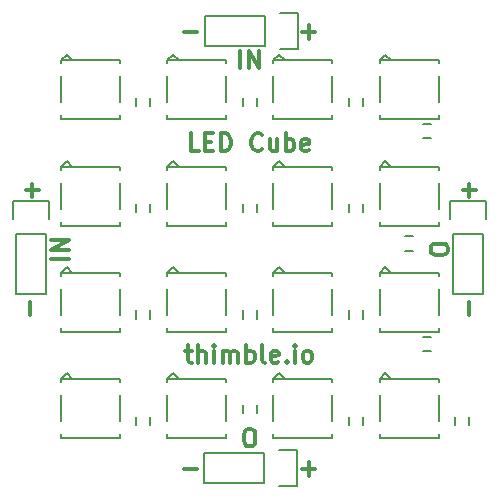
<source format=gbo>
G04 #@! TF.FileFunction,Legend,Top*
%FSLAX46Y46*%
G04 Gerber Fmt 4.6, Leading zero omitted, Abs format (unit mm)*
G04 Created by KiCad (PCBNEW 4.0.4-stable) date Mon Sep 26 22:20:25 2016*
%MOMM*%
%LPD*%
G01*
G04 APERTURE LIST*
%ADD10C,0.100000*%
%ADD11C,0.300000*%
%ADD12C,0.150000*%
%ADD13R,1.700000X1.100000*%
%ADD14C,2.032000*%
%ADD15R,1.727200X2.032000*%
%ADD16O,1.727200X2.032000*%
%ADD17R,2.032000X1.727200*%
%ADD18O,2.032000X1.727200*%
%ADD19R,0.750000X0.800000*%
%ADD20R,0.800000X0.750000*%
G04 APERTURE END LIST*
D10*
D11*
X158071428Y-132078571D02*
X158642857Y-132078571D01*
X158285714Y-131578571D02*
X158285714Y-132864286D01*
X158357142Y-133007143D01*
X158500000Y-133078571D01*
X158642857Y-133078571D01*
X159142857Y-133078571D02*
X159142857Y-131578571D01*
X159785714Y-133078571D02*
X159785714Y-132292857D01*
X159714285Y-132150000D01*
X159571428Y-132078571D01*
X159357143Y-132078571D01*
X159214285Y-132150000D01*
X159142857Y-132221429D01*
X160500000Y-133078571D02*
X160500000Y-132078571D01*
X160500000Y-131578571D02*
X160428571Y-131650000D01*
X160500000Y-131721429D01*
X160571428Y-131650000D01*
X160500000Y-131578571D01*
X160500000Y-131721429D01*
X161214286Y-133078571D02*
X161214286Y-132078571D01*
X161214286Y-132221429D02*
X161285714Y-132150000D01*
X161428572Y-132078571D01*
X161642857Y-132078571D01*
X161785714Y-132150000D01*
X161857143Y-132292857D01*
X161857143Y-133078571D01*
X161857143Y-132292857D02*
X161928572Y-132150000D01*
X162071429Y-132078571D01*
X162285714Y-132078571D01*
X162428572Y-132150000D01*
X162500000Y-132292857D01*
X162500000Y-133078571D01*
X163214286Y-133078571D02*
X163214286Y-131578571D01*
X163214286Y-132150000D02*
X163357143Y-132078571D01*
X163642857Y-132078571D01*
X163785714Y-132150000D01*
X163857143Y-132221429D01*
X163928572Y-132364286D01*
X163928572Y-132792857D01*
X163857143Y-132935714D01*
X163785714Y-133007143D01*
X163642857Y-133078571D01*
X163357143Y-133078571D01*
X163214286Y-133007143D01*
X164785715Y-133078571D02*
X164642857Y-133007143D01*
X164571429Y-132864286D01*
X164571429Y-131578571D01*
X165928571Y-133007143D02*
X165785714Y-133078571D01*
X165500000Y-133078571D01*
X165357143Y-133007143D01*
X165285714Y-132864286D01*
X165285714Y-132292857D01*
X165357143Y-132150000D01*
X165500000Y-132078571D01*
X165785714Y-132078571D01*
X165928571Y-132150000D01*
X166000000Y-132292857D01*
X166000000Y-132435714D01*
X165285714Y-132578571D01*
X166642857Y-132935714D02*
X166714285Y-133007143D01*
X166642857Y-133078571D01*
X166571428Y-133007143D01*
X166642857Y-132935714D01*
X166642857Y-133078571D01*
X167357143Y-133078571D02*
X167357143Y-132078571D01*
X167357143Y-131578571D02*
X167285714Y-131650000D01*
X167357143Y-131721429D01*
X167428571Y-131650000D01*
X167357143Y-131578571D01*
X167357143Y-131721429D01*
X168285715Y-133078571D02*
X168142857Y-133007143D01*
X168071429Y-132935714D01*
X168000000Y-132792857D01*
X168000000Y-132364286D01*
X168071429Y-132221429D01*
X168142857Y-132150000D01*
X168285715Y-132078571D01*
X168500000Y-132078571D01*
X168642857Y-132150000D01*
X168714286Y-132221429D01*
X168785715Y-132364286D01*
X168785715Y-132792857D01*
X168714286Y-132935714D01*
X168642857Y-133007143D01*
X168500000Y-133078571D01*
X168285715Y-133078571D01*
X159214286Y-115178571D02*
X158500000Y-115178571D01*
X158500000Y-113678571D01*
X159714286Y-114392857D02*
X160214286Y-114392857D01*
X160428572Y-115178571D02*
X159714286Y-115178571D01*
X159714286Y-113678571D01*
X160428572Y-113678571D01*
X161071429Y-115178571D02*
X161071429Y-113678571D01*
X161428572Y-113678571D01*
X161642857Y-113750000D01*
X161785715Y-113892857D01*
X161857143Y-114035714D01*
X161928572Y-114321429D01*
X161928572Y-114535714D01*
X161857143Y-114821429D01*
X161785715Y-114964286D01*
X161642857Y-115107143D01*
X161428572Y-115178571D01*
X161071429Y-115178571D01*
X164571429Y-115035714D02*
X164500000Y-115107143D01*
X164285714Y-115178571D01*
X164142857Y-115178571D01*
X163928572Y-115107143D01*
X163785714Y-114964286D01*
X163714286Y-114821429D01*
X163642857Y-114535714D01*
X163642857Y-114321429D01*
X163714286Y-114035714D01*
X163785714Y-113892857D01*
X163928572Y-113750000D01*
X164142857Y-113678571D01*
X164285714Y-113678571D01*
X164500000Y-113750000D01*
X164571429Y-113821429D01*
X165857143Y-114178571D02*
X165857143Y-115178571D01*
X165214286Y-114178571D02*
X165214286Y-114964286D01*
X165285714Y-115107143D01*
X165428572Y-115178571D01*
X165642857Y-115178571D01*
X165785714Y-115107143D01*
X165857143Y-115035714D01*
X166571429Y-115178571D02*
X166571429Y-113678571D01*
X166571429Y-114250000D02*
X166714286Y-114178571D01*
X167000000Y-114178571D01*
X167142857Y-114250000D01*
X167214286Y-114321429D01*
X167285715Y-114464286D01*
X167285715Y-114892857D01*
X167214286Y-115035714D01*
X167142857Y-115107143D01*
X167000000Y-115178571D01*
X166714286Y-115178571D01*
X166571429Y-115107143D01*
X168500000Y-115107143D02*
X168357143Y-115178571D01*
X168071429Y-115178571D01*
X167928572Y-115107143D01*
X167857143Y-114964286D01*
X167857143Y-114392857D01*
X167928572Y-114250000D01*
X168071429Y-114178571D01*
X168357143Y-114178571D01*
X168500000Y-114250000D01*
X168571429Y-114392857D01*
X168571429Y-114535714D01*
X167857143Y-114678571D01*
X163357143Y-138678571D02*
X163642857Y-138678571D01*
X163785715Y-138750000D01*
X163928572Y-138892857D01*
X164000000Y-139178571D01*
X164000000Y-139678571D01*
X163928572Y-139964286D01*
X163785715Y-140107143D01*
X163642857Y-140178571D01*
X163357143Y-140178571D01*
X163214286Y-140107143D01*
X163071429Y-139964286D01*
X163000000Y-139678571D01*
X163000000Y-139178571D01*
X163071429Y-138892857D01*
X163214286Y-138750000D01*
X163357143Y-138678571D01*
X180321429Y-123357143D02*
X180321429Y-123642857D01*
X180250000Y-123785715D01*
X180107143Y-123928572D01*
X179821429Y-124000000D01*
X179321429Y-124000000D01*
X179035714Y-123928572D01*
X178892857Y-123785715D01*
X178821429Y-123642857D01*
X178821429Y-123357143D01*
X178892857Y-123214286D01*
X179035714Y-123071429D01*
X179321429Y-123000000D01*
X179821429Y-123000000D01*
X180107143Y-123071429D01*
X180250000Y-123214286D01*
X180321429Y-123357143D01*
X148178571Y-124285714D02*
X146678571Y-124285714D01*
X148178571Y-123571428D02*
X146678571Y-123571428D01*
X148178571Y-122714285D01*
X146678571Y-122714285D01*
X167928572Y-142107143D02*
X169071429Y-142107143D01*
X168500000Y-142678571D02*
X168500000Y-141535714D01*
X157928572Y-142107143D02*
X159071429Y-142107143D01*
X182107143Y-119071428D02*
X182107143Y-117928571D01*
X182678571Y-118500000D02*
X181535714Y-118500000D01*
X182107143Y-129071428D02*
X182107143Y-127928571D01*
X144892857Y-127928572D02*
X144892857Y-129071429D01*
X145107143Y-119071428D02*
X145107143Y-117928571D01*
X145678571Y-118500000D02*
X144535714Y-118500000D01*
X167928572Y-105107143D02*
X169071429Y-105107143D01*
X168500000Y-105678571D02*
X168500000Y-104535714D01*
X157928572Y-105107143D02*
X159071429Y-105107143D01*
X162714286Y-108178571D02*
X162714286Y-106678571D01*
X163428572Y-108178571D02*
X163428572Y-106678571D01*
X164285715Y-108178571D01*
X164285715Y-106678571D01*
D12*
X175000000Y-107000000D02*
X175500000Y-107500000D01*
X174500000Y-107500000D02*
X175000000Y-107000000D01*
X174500000Y-107500000D02*
X174500000Y-112500000D01*
X179500000Y-107500000D02*
X174500000Y-107500000D01*
X179500000Y-112500000D02*
X179500000Y-107500000D01*
X174500000Y-112500000D02*
X179500000Y-112500000D01*
X166000000Y-107000000D02*
X166500000Y-107500000D01*
X165500000Y-107500000D02*
X166000000Y-107000000D01*
X165500000Y-107500000D02*
X165500000Y-112500000D01*
X170500000Y-107500000D02*
X165500000Y-107500000D01*
X170500000Y-112500000D02*
X170500000Y-107500000D01*
X165500000Y-112500000D02*
X170500000Y-112500000D01*
X157000000Y-107000000D02*
X157500000Y-107500000D01*
X156500000Y-107500000D02*
X157000000Y-107000000D01*
X156500000Y-107500000D02*
X156500000Y-112500000D01*
X161500000Y-107500000D02*
X156500000Y-107500000D01*
X161500000Y-112500000D02*
X161500000Y-107500000D01*
X156500000Y-112500000D02*
X161500000Y-112500000D01*
X148000000Y-107000000D02*
X148500000Y-107500000D01*
X147500000Y-107500000D02*
X148000000Y-107000000D01*
X147500000Y-107500000D02*
X147500000Y-112500000D01*
X152500000Y-107500000D02*
X147500000Y-107500000D01*
X152500000Y-112500000D02*
X152500000Y-107500000D01*
X147500000Y-112500000D02*
X152500000Y-112500000D01*
X164730000Y-140730000D02*
X159650000Y-140730000D01*
X159650000Y-140730000D02*
X159650000Y-143270000D01*
X159650000Y-143270000D02*
X164730000Y-143270000D01*
X167550000Y-143550000D02*
X166000000Y-143550000D01*
X164730000Y-143270000D02*
X164730000Y-140730000D01*
X166000000Y-140450000D02*
X167550000Y-140450000D01*
X167550000Y-140450000D02*
X167550000Y-143550000D01*
X180730000Y-122190000D02*
X180730000Y-127270000D01*
X180730000Y-127270000D02*
X183270000Y-127270000D01*
X183270000Y-127270000D02*
X183270000Y-122190000D01*
X183550000Y-119370000D02*
X183550000Y-120920000D01*
X183270000Y-122190000D02*
X180730000Y-122190000D01*
X180450000Y-120920000D02*
X180450000Y-119370000D01*
X180450000Y-119370000D02*
X183550000Y-119370000D01*
X143730000Y-122230000D02*
X143730000Y-127310000D01*
X143730000Y-127310000D02*
X146270000Y-127310000D01*
X146270000Y-127310000D02*
X146270000Y-122230000D01*
X146550000Y-119410000D02*
X146550000Y-120960000D01*
X146270000Y-122230000D02*
X143730000Y-122230000D01*
X143450000Y-120960000D02*
X143450000Y-119410000D01*
X143450000Y-119410000D02*
X146550000Y-119410000D01*
X164810000Y-103730000D02*
X159730000Y-103730000D01*
X159730000Y-103730000D02*
X159730000Y-106270000D01*
X159730000Y-106270000D02*
X164810000Y-106270000D01*
X167630000Y-106550000D02*
X166080000Y-106550000D01*
X164810000Y-106270000D02*
X164810000Y-103730000D01*
X166080000Y-103450000D02*
X167630000Y-103450000D01*
X167630000Y-103450000D02*
X167630000Y-106550000D01*
X153900000Y-111350000D02*
X153900000Y-110650000D01*
X155100000Y-110650000D02*
X155100000Y-111350000D01*
X148000000Y-116000000D02*
X148500000Y-116500000D01*
X147500000Y-116500000D02*
X148000000Y-116000000D01*
X147500000Y-116500000D02*
X147500000Y-121500000D01*
X152500000Y-116500000D02*
X147500000Y-116500000D01*
X152500000Y-121500000D02*
X152500000Y-116500000D01*
X147500000Y-121500000D02*
X152500000Y-121500000D01*
X157000000Y-116000000D02*
X157500000Y-116500000D01*
X156500000Y-116500000D02*
X157000000Y-116000000D01*
X156500000Y-116500000D02*
X156500000Y-121500000D01*
X161500000Y-116500000D02*
X156500000Y-116500000D01*
X161500000Y-121500000D02*
X161500000Y-116500000D01*
X156500000Y-121500000D02*
X161500000Y-121500000D01*
X166000000Y-116000000D02*
X166500000Y-116500000D01*
X165500000Y-116500000D02*
X166000000Y-116000000D01*
X165500000Y-116500000D02*
X165500000Y-121500000D01*
X170500000Y-116500000D02*
X165500000Y-116500000D01*
X170500000Y-121500000D02*
X170500000Y-116500000D01*
X165500000Y-121500000D02*
X170500000Y-121500000D01*
X175000000Y-116000000D02*
X175500000Y-116500000D01*
X174500000Y-116500000D02*
X175000000Y-116000000D01*
X174500000Y-116500000D02*
X174500000Y-121500000D01*
X179500000Y-116500000D02*
X174500000Y-116500000D01*
X179500000Y-121500000D02*
X179500000Y-116500000D01*
X174500000Y-121500000D02*
X179500000Y-121500000D01*
X148000000Y-125000000D02*
X148500000Y-125500000D01*
X147500000Y-125500000D02*
X148000000Y-125000000D01*
X147500000Y-125500000D02*
X147500000Y-130500000D01*
X152500000Y-125500000D02*
X147500000Y-125500000D01*
X152500000Y-130500000D02*
X152500000Y-125500000D01*
X147500000Y-130500000D02*
X152500000Y-130500000D01*
X157000000Y-125000000D02*
X157500000Y-125500000D01*
X156500000Y-125500000D02*
X157000000Y-125000000D01*
X156500000Y-125500000D02*
X156500000Y-130500000D01*
X161500000Y-125500000D02*
X156500000Y-125500000D01*
X161500000Y-130500000D02*
X161500000Y-125500000D01*
X156500000Y-130500000D02*
X161500000Y-130500000D01*
X166000000Y-125000000D02*
X166500000Y-125500000D01*
X165500000Y-125500000D02*
X166000000Y-125000000D01*
X165500000Y-125500000D02*
X165500000Y-130500000D01*
X170500000Y-125500000D02*
X165500000Y-125500000D01*
X170500000Y-130500000D02*
X170500000Y-125500000D01*
X165500000Y-130500000D02*
X170500000Y-130500000D01*
X175000000Y-125000000D02*
X175500000Y-125500000D01*
X174500000Y-125500000D02*
X175000000Y-125000000D01*
X174500000Y-125500000D02*
X174500000Y-130500000D01*
X179500000Y-125500000D02*
X174500000Y-125500000D01*
X179500000Y-130500000D02*
X179500000Y-125500000D01*
X174500000Y-130500000D02*
X179500000Y-130500000D01*
X148000000Y-134000000D02*
X148500000Y-134500000D01*
X147500000Y-134500000D02*
X148000000Y-134000000D01*
X147500000Y-134500000D02*
X147500000Y-139500000D01*
X152500000Y-134500000D02*
X147500000Y-134500000D01*
X152500000Y-139500000D02*
X152500000Y-134500000D01*
X147500000Y-139500000D02*
X152500000Y-139500000D01*
X157000000Y-134000000D02*
X157500000Y-134500000D01*
X156500000Y-134500000D02*
X157000000Y-134000000D01*
X156500000Y-134500000D02*
X156500000Y-139500000D01*
X161500000Y-134500000D02*
X156500000Y-134500000D01*
X161500000Y-139500000D02*
X161500000Y-134500000D01*
X156500000Y-139500000D02*
X161500000Y-139500000D01*
X166000000Y-134000000D02*
X166500000Y-134500000D01*
X165500000Y-134500000D02*
X166000000Y-134000000D01*
X165500000Y-134500000D02*
X165500000Y-139500000D01*
X170500000Y-134500000D02*
X165500000Y-134500000D01*
X170500000Y-139500000D02*
X170500000Y-134500000D01*
X165500000Y-139500000D02*
X170500000Y-139500000D01*
X175000000Y-134000000D02*
X175500000Y-134500000D01*
X174500000Y-134500000D02*
X175000000Y-134000000D01*
X174500000Y-134500000D02*
X174500000Y-139500000D01*
X179500000Y-134500000D02*
X174500000Y-134500000D01*
X179500000Y-139500000D02*
X179500000Y-134500000D01*
X174500000Y-139500000D02*
X179500000Y-139500000D01*
X162900000Y-111350000D02*
X162900000Y-110650000D01*
X164100000Y-110650000D02*
X164100000Y-111350000D01*
X171900000Y-111350000D02*
X171900000Y-110650000D01*
X173100000Y-110650000D02*
X173100000Y-111350000D01*
X153900000Y-120350000D02*
X153900000Y-119650000D01*
X155100000Y-119650000D02*
X155100000Y-120350000D01*
X162900000Y-120350000D02*
X162900000Y-119650000D01*
X164100000Y-119650000D02*
X164100000Y-120350000D01*
X171900000Y-120350000D02*
X171900000Y-119650000D01*
X173100000Y-119650000D02*
X173100000Y-120350000D01*
X177350000Y-123600000D02*
X176650000Y-123600000D01*
X176650000Y-122400000D02*
X177350000Y-122400000D01*
X153900000Y-129350000D02*
X153900000Y-128650000D01*
X155100000Y-128650000D02*
X155100000Y-129350000D01*
X162900000Y-129350000D02*
X162900000Y-128650000D01*
X164100000Y-128650000D02*
X164100000Y-129350000D01*
X171900000Y-129350000D02*
X171900000Y-128650000D01*
X173100000Y-128650000D02*
X173100000Y-129350000D01*
X178850000Y-132100000D02*
X178150000Y-132100000D01*
X178150000Y-130900000D02*
X178850000Y-130900000D01*
X153900000Y-138350000D02*
X153900000Y-137650000D01*
X155100000Y-137650000D02*
X155100000Y-138350000D01*
X162900000Y-137350000D02*
X162900000Y-136650000D01*
X164100000Y-136650000D02*
X164100000Y-137350000D01*
X171900000Y-138350000D02*
X171900000Y-137650000D01*
X173100000Y-137650000D02*
X173100000Y-138350000D01*
X180900000Y-138350000D02*
X180900000Y-137650000D01*
X182100000Y-137650000D02*
X182100000Y-138350000D01*
X178850000Y-114100000D02*
X178150000Y-114100000D01*
X178150000Y-112900000D02*
X178850000Y-112900000D01*
%LPC*%
D13*
X179450000Y-111650000D03*
X179450000Y-108350000D03*
X174550000Y-108350000D03*
X174550000Y-111650000D03*
X170450000Y-111650000D03*
X170450000Y-108350000D03*
X165550000Y-108350000D03*
X165550000Y-111650000D03*
X161450000Y-111650000D03*
X161450000Y-108350000D03*
X156550000Y-108350000D03*
X156550000Y-111650000D03*
X152450000Y-111650000D03*
X152450000Y-108350000D03*
X147550000Y-108350000D03*
X147550000Y-111650000D03*
D14*
X171000000Y-142000000D03*
X173540000Y-142000000D03*
X176080000Y-142000000D03*
D15*
X166000000Y-142000000D03*
D16*
X163460000Y-142000000D03*
X160920000Y-142000000D03*
D17*
X182000000Y-120920000D03*
D18*
X182000000Y-123460000D03*
X182000000Y-126000000D03*
D17*
X145000000Y-120960000D03*
D18*
X145000000Y-123500000D03*
X145000000Y-126040000D03*
D15*
X166080000Y-105000000D03*
D16*
X163540000Y-105000000D03*
X161000000Y-105000000D03*
D19*
X154500000Y-111750000D03*
X154500000Y-110250000D03*
D13*
X152450000Y-120650000D03*
X152450000Y-117350000D03*
X147550000Y-117350000D03*
X147550000Y-120650000D03*
X161450000Y-120650000D03*
X161450000Y-117350000D03*
X156550000Y-117350000D03*
X156550000Y-120650000D03*
X170450000Y-120650000D03*
X170450000Y-117350000D03*
X165550000Y-117350000D03*
X165550000Y-120650000D03*
X179450000Y-120650000D03*
X179450000Y-117350000D03*
X174550000Y-117350000D03*
X174550000Y-120650000D03*
X152450000Y-129650000D03*
X152450000Y-126350000D03*
X147550000Y-126350000D03*
X147550000Y-129650000D03*
X161450000Y-129650000D03*
X161450000Y-126350000D03*
X156550000Y-126350000D03*
X156550000Y-129650000D03*
X170450000Y-129650000D03*
X170450000Y-126350000D03*
X165550000Y-126350000D03*
X165550000Y-129650000D03*
X179450000Y-129650000D03*
X179450000Y-126350000D03*
X174550000Y-126350000D03*
X174550000Y-129650000D03*
X152450000Y-138650000D03*
X152450000Y-135350000D03*
X147550000Y-135350000D03*
X147550000Y-138650000D03*
X161450000Y-138650000D03*
X161450000Y-135350000D03*
X156550000Y-135350000D03*
X156550000Y-138650000D03*
X170450000Y-138650000D03*
X170450000Y-135350000D03*
X165550000Y-135350000D03*
X165550000Y-138650000D03*
X179450000Y-138650000D03*
X179450000Y-135350000D03*
X174550000Y-135350000D03*
X174550000Y-138650000D03*
D19*
X163500000Y-111750000D03*
X163500000Y-110250000D03*
X172500000Y-111750000D03*
X172500000Y-110250000D03*
X154500000Y-120750000D03*
X154500000Y-119250000D03*
X163500000Y-120750000D03*
X163500000Y-119250000D03*
X172500000Y-120750000D03*
X172500000Y-119250000D03*
D20*
X177750000Y-123000000D03*
X176250000Y-123000000D03*
D19*
X154500000Y-129750000D03*
X154500000Y-128250000D03*
X163500000Y-129750000D03*
X163500000Y-128250000D03*
X172500000Y-129750000D03*
X172500000Y-128250000D03*
D20*
X179250000Y-131500000D03*
X177750000Y-131500000D03*
D19*
X154500000Y-138750000D03*
X154500000Y-137250000D03*
X163500000Y-137750000D03*
X163500000Y-136250000D03*
X172500000Y-138750000D03*
X172500000Y-137250000D03*
X181500000Y-138750000D03*
X181500000Y-137250000D03*
D20*
X179250000Y-113500000D03*
X177750000Y-113500000D03*
D14*
X150960000Y-142000000D03*
X153500000Y-142000000D03*
X156040000Y-142000000D03*
X145000000Y-136040000D03*
X145000000Y-133500000D03*
X145000000Y-130960000D03*
X182000000Y-135540000D03*
X182000000Y-133000000D03*
X182000000Y-130460000D03*
X145000000Y-116080000D03*
X145000000Y-113540000D03*
X145000000Y-111000000D03*
X182000000Y-116000000D03*
X182000000Y-113460000D03*
X182000000Y-110920000D03*
X150960000Y-105000000D03*
X153500000Y-105000000D03*
X156040000Y-105000000D03*
X170960000Y-105000000D03*
X173500000Y-105000000D03*
X176040000Y-105000000D03*
M02*

</source>
